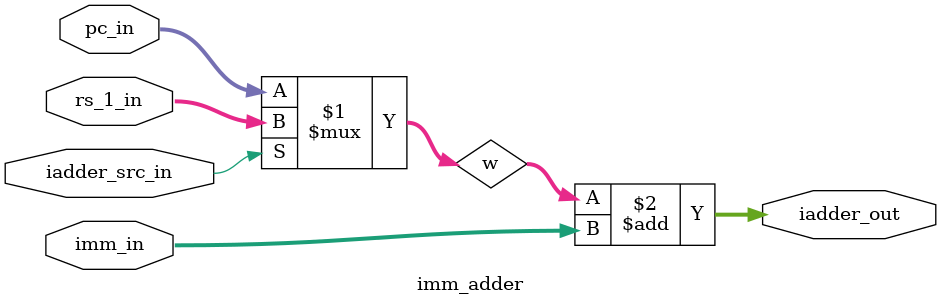
<source format=v>
module imm_adder(iadder_src_in,pc_in,rs_1_in,imm_in,iadder_out);

	input iadder_src_in;
	input [31:0] pc_in; 
	input [31:0] rs_1_in;
        input [31:0]imm_in;

	output [31:0] iadder_out;

	reg [31:0] w;

	assign w = iadder_src_in ? rs_1_in:pc_in;
	assign iadder_out = w + imm_in;

endmodule



</source>
